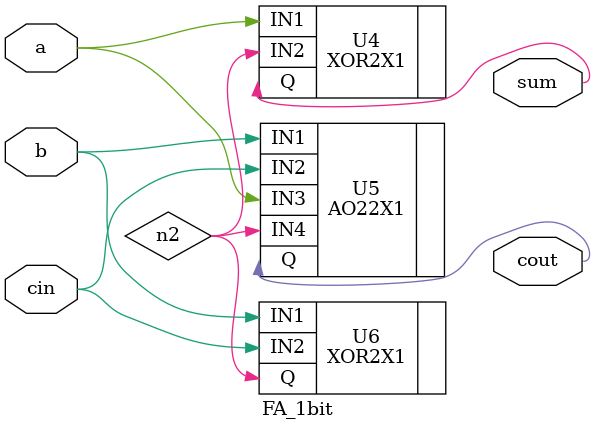
<source format=v>


module FA_1bit ( a, b, cin, sum, cout );
  input a, b, cin;
  output sum, cout;
  wire   n2;

  XOR2X1 U4 ( .IN1(a), .IN2(n2), .Q(sum) );
  AO22X1 U5 ( .IN1(b), .IN2(cin), .IN3(a), .IN4(n2), .Q(cout) );
  XOR2X1 U6 ( .IN1(b), .IN2(cin), .Q(n2) );
endmodule


</source>
